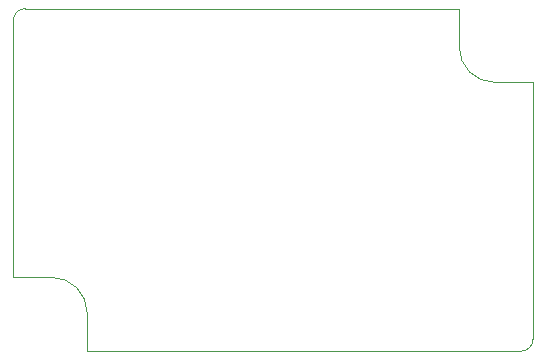
<source format=gbr>
%TF.GenerationSoftware,KiCad,Pcbnew,5.1.6-1*%
%TF.CreationDate,2020-10-25T22:15:29+01:00*%
%TF.ProjectId,meterkast,6d657465-726b-4617-9374-2e6b69636164,rev?*%
%TF.SameCoordinates,Original*%
%TF.FileFunction,Profile,NP*%
%FSLAX46Y46*%
G04 Gerber Fmt 4.6, Leading zero omitted, Abs format (unit mm)*
G04 Created by KiCad (PCBNEW 5.1.6-1) date 2020-10-25 22:15:29*
%MOMM*%
%LPD*%
G01*
G04 APERTURE LIST*
%TA.AperFunction,Profile*%
%ADD10C,0.050000*%
%TD*%
G04 APERTURE END LIST*
D10*
X107250000Y-116250000D02*
X107250000Y-113000000D01*
X110250000Y-119250000D02*
G75*
G02*
X107250000Y-116250000I0J3000000D01*
G01*
X110250000Y-119250000D02*
X113500000Y-119250000D01*
X107250000Y-113000000D02*
X70500000Y-113000000D01*
X113500000Y-119250000D02*
X113500000Y-141000000D01*
X72750000Y-135750000D02*
G75*
G02*
X75750000Y-138750000I0J-3000000D01*
G01*
X75750000Y-142000000D02*
X75750000Y-138750000D01*
X112500000Y-142000000D02*
X75750000Y-142000000D01*
X69500000Y-135750000D02*
X72750000Y-135750000D01*
X69500000Y-114000000D02*
X69500000Y-135750000D01*
X69500000Y-114000000D02*
G75*
G02*
X70500000Y-113000000I1000000J0D01*
G01*
X113500000Y-141000000D02*
G75*
G02*
X112500000Y-142000000I-1000000J0D01*
G01*
M02*

</source>
